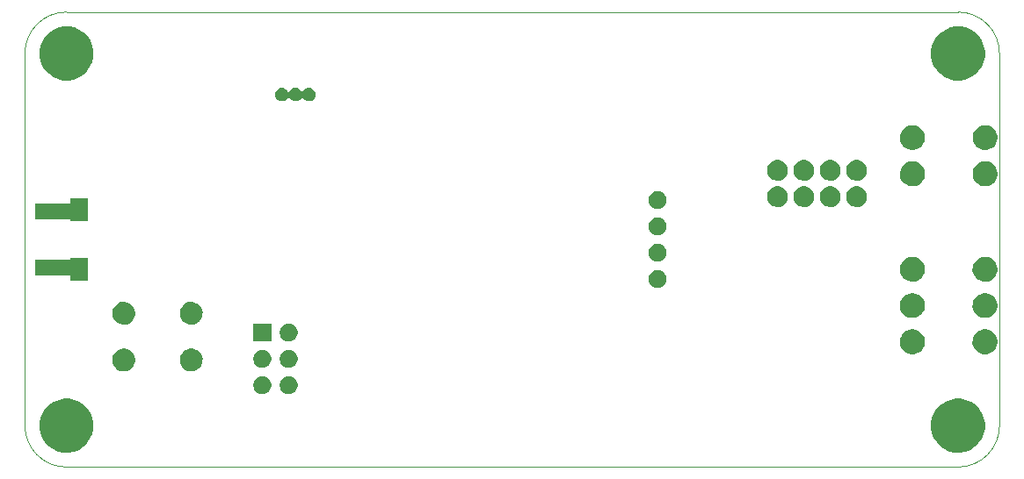
<source format=gbs>
G04 #@! TF.FileFunction,Soldermask,Bot*
%FSLAX46Y46*%
G04 Gerber Fmt 4.6, Leading zero omitted, Abs format (unit mm)*
G04 Created by KiCad (PCBNEW (2015-01-16 BZR 5376)-product) date 23/06/2015 13:59:23*
%MOMM*%
G01*
G04 APERTURE LIST*
%ADD10C,0.150000*%
%ADD11C,0.100000*%
G04 APERTURE END LIST*
D10*
D11*
X79767400Y39916100D02*
X-6110000Y39916100D01*
X83767900Y35915600D02*
G75*
G03X79767400Y39916100I-4000500J0D01*
G01*
X83767900Y0D02*
X83767900Y35915600D01*
X79767400Y-4000500D02*
G75*
G03X83767900Y0I0J4000500D01*
G01*
X-6110000Y-4000500D02*
X79767400Y-4000500D01*
X-10110500Y0D02*
G75*
G03X-6110000Y-4000500I4000500J0D01*
G01*
X-10110500Y35915600D02*
X-10110500Y0D01*
X-6110000Y39916100D02*
G75*
G03X-10110500Y35915600I0J-4000500D01*
G01*
D10*
G36*
X-4043962Y19755278D02*
X-5703962Y19755278D01*
X-5703962Y19880278D01*
X-5707903Y19899735D01*
X-5719106Y19916125D01*
X-5735803Y19926864D01*
X-5753962Y19930278D01*
X-9103962Y19930278D01*
X-9103962Y21430278D01*
X-5753962Y21430278D01*
X-5734505Y21434219D01*
X-5718115Y21445422D01*
X-5707376Y21462119D01*
X-5703962Y21480278D01*
X-5703962Y21955278D01*
X-4043962Y21955278D01*
X-4043962Y19755278D01*
X-4043962Y19755278D01*
G37*
G36*
X-4043962Y13955278D02*
X-5703962Y13955278D01*
X-5703962Y14430278D01*
X-5707903Y14449735D01*
X-5719106Y14466125D01*
X-5735803Y14476864D01*
X-5753962Y14480278D01*
X-9103962Y14480278D01*
X-9103962Y15980278D01*
X-5753962Y15980278D01*
X-5734505Y15984219D01*
X-5718115Y15995422D01*
X-5707376Y16012119D01*
X-5703962Y16030278D01*
X-5703962Y16155278D01*
X-4043962Y16155278D01*
X-4043962Y13955278D01*
X-4043962Y13955278D01*
G37*
G36*
X-3509889Y36170543D02*
X-3518021Y35588157D01*
X-3518097Y35587824D01*
X-3518097Y35587811D01*
X-3630982Y35090943D01*
X-3838373Y34625137D01*
X-4132287Y34208486D01*
X-4501537Y33856855D01*
X-4932044Y33583647D01*
X-5407425Y33399258D01*
X-5909563Y33310718D01*
X-6419338Y33321396D01*
X-6917336Y33430888D01*
X-7384573Y33635019D01*
X-7803266Y33926018D01*
X-8157465Y34292802D01*
X-8433672Y34721392D01*
X-8621375Y35195473D01*
X-8713420Y35696988D01*
X-8706300Y36206823D01*
X-8600290Y36705564D01*
X-8399423Y37174221D01*
X-8111354Y37594935D01*
X-7747052Y37951686D01*
X-7320399Y38230880D01*
X-6847640Y38421887D01*
X-6346788Y38517430D01*
X-5836911Y38513870D01*
X-5337437Y38411342D01*
X-4867394Y38213755D01*
X-4444678Y37928630D01*
X-4085393Y37566827D01*
X-3803226Y37142132D01*
X-3608925Y36670721D01*
X-3509955Y36170887D01*
X-3509956Y36170878D01*
X-3509889Y36170543D01*
X-3509889Y36170543D01*
G37*
G36*
X-3509889Y254943D02*
X-3518021Y-327443D01*
X-3518097Y-327776D01*
X-3518097Y-327789D01*
X-3630982Y-824657D01*
X-3838373Y-1290463D01*
X-4132287Y-1707114D01*
X-4501537Y-2058745D01*
X-4932044Y-2331953D01*
X-5407425Y-2516342D01*
X-5909563Y-2604882D01*
X-6419338Y-2594204D01*
X-6917336Y-2484712D01*
X-7384573Y-2280581D01*
X-7803266Y-1989582D01*
X-8157465Y-1622798D01*
X-8433672Y-1194208D01*
X-8621375Y-720127D01*
X-8713420Y-218612D01*
X-8706300Y291223D01*
X-8600290Y789964D01*
X-8399423Y1258621D01*
X-8111354Y1679335D01*
X-7747052Y2036086D01*
X-7320399Y2315280D01*
X-6847640Y2506287D01*
X-6346788Y2601830D01*
X-5836911Y2598270D01*
X-5337437Y2495742D01*
X-4867394Y2298155D01*
X-4444678Y2013030D01*
X-4085393Y1651227D01*
X-3803226Y1226532D01*
X-3608925Y755121D01*
X-3509955Y255287D01*
X-3509956Y255278D01*
X-3509889Y254943D01*
X-3509889Y254943D01*
G37*
G36*
X506773Y10956859D02*
X503332Y10710464D01*
X503256Y10710131D01*
X503256Y10710118D01*
X455543Y10500105D01*
X367800Y10303033D01*
X243452Y10126758D01*
X87228Y9977988D01*
X-94907Y9862402D01*
X-296031Y9784390D01*
X-508472Y9746932D01*
X-724146Y9751449D01*
X-934840Y9797773D01*
X-1132518Y9884137D01*
X-1309656Y10007251D01*
X-1459511Y10162431D01*
X-1576367Y10343754D01*
X-1655779Y10544327D01*
X-1694722Y10756510D01*
X-1691709Y10972209D01*
X-1646860Y11183212D01*
X-1561876Y11381492D01*
X-1440001Y11559486D01*
X-1285873Y11710421D01*
X-1105366Y11828541D01*
X-905353Y11909352D01*
X-693456Y11949773D01*
X-477737Y11948267D01*
X-266419Y11904889D01*
X-67557Y11821295D01*
X111285Y11700665D01*
X263294Y11547591D01*
X382668Y11367917D01*
X464874Y11168474D01*
X506707Y10957202D01*
X506706Y10957193D01*
X506773Y10956859D01*
X506773Y10956859D01*
G37*
G36*
X506773Y6456859D02*
X503332Y6210464D01*
X503256Y6210131D01*
X503256Y6210118D01*
X455543Y6000105D01*
X367800Y5803033D01*
X243452Y5626758D01*
X87228Y5477988D01*
X-94907Y5362402D01*
X-296031Y5284390D01*
X-508472Y5246932D01*
X-724146Y5251449D01*
X-934840Y5297773D01*
X-1132518Y5384137D01*
X-1309656Y5507251D01*
X-1459511Y5662431D01*
X-1576367Y5843754D01*
X-1655779Y6044327D01*
X-1694722Y6256510D01*
X-1691709Y6472209D01*
X-1646860Y6683212D01*
X-1561876Y6881492D01*
X-1440001Y7059486D01*
X-1285873Y7210421D01*
X-1105366Y7328541D01*
X-905353Y7409352D01*
X-693456Y7449773D01*
X-477737Y7448267D01*
X-266419Y7404889D01*
X-67557Y7321295D01*
X111285Y7200665D01*
X263294Y7047591D01*
X382668Y6867917D01*
X464874Y6668474D01*
X506707Y6457202D01*
X506706Y6457193D01*
X506773Y6456859D01*
X506773Y6456859D01*
G37*
G36*
X7006773Y10956859D02*
X7003332Y10710464D01*
X7003256Y10710131D01*
X7003256Y10710118D01*
X6955543Y10500105D01*
X6867800Y10303033D01*
X6743452Y10126758D01*
X6587228Y9977988D01*
X6405093Y9862402D01*
X6203969Y9784390D01*
X5991528Y9746932D01*
X5775854Y9751449D01*
X5565160Y9797773D01*
X5367482Y9884137D01*
X5190344Y10007251D01*
X5040489Y10162431D01*
X4923633Y10343754D01*
X4844221Y10544327D01*
X4805278Y10756510D01*
X4808291Y10972209D01*
X4853140Y11183212D01*
X4938124Y11381492D01*
X5059999Y11559486D01*
X5214127Y11710421D01*
X5394634Y11828541D01*
X5594647Y11909352D01*
X5806544Y11949773D01*
X6022263Y11948267D01*
X6233581Y11904889D01*
X6432443Y11821295D01*
X6611285Y11700665D01*
X6763294Y11547591D01*
X6882668Y11367917D01*
X6964874Y11168474D01*
X7006707Y10957202D01*
X7006706Y10957193D01*
X7006773Y10956859D01*
X7006773Y10956859D01*
G37*
G36*
X7006773Y6456859D02*
X7003332Y6210464D01*
X7003256Y6210131D01*
X7003256Y6210118D01*
X6955543Y6000105D01*
X6867800Y5803033D01*
X6743452Y5626758D01*
X6587228Y5477988D01*
X6405093Y5362402D01*
X6203969Y5284390D01*
X5991528Y5246932D01*
X5775854Y5251449D01*
X5565160Y5297773D01*
X5367482Y5384137D01*
X5190344Y5507251D01*
X5040489Y5662431D01*
X4923633Y5843754D01*
X4844221Y6044327D01*
X4805278Y6256510D01*
X4808291Y6472209D01*
X4853140Y6683212D01*
X4938124Y6881492D01*
X5059999Y7059486D01*
X5214127Y7210421D01*
X5394634Y7328541D01*
X5594647Y7409352D01*
X5806544Y7449773D01*
X6022263Y7448267D01*
X6233581Y7404889D01*
X6432443Y7321295D01*
X6611285Y7200665D01*
X6763294Y7047591D01*
X6882668Y6867917D01*
X6964874Y6668474D01*
X7006707Y6457202D01*
X7006706Y6457193D01*
X7006773Y6456859D01*
X7006773Y6456859D01*
G37*
G36*
X13620718Y8135818D02*
X11896718Y8135818D01*
X11896718Y9859818D01*
X13620718Y9859818D01*
X13620718Y8135818D01*
X13620718Y8135818D01*
G37*
G36*
X13620755Y6542341D02*
X13618059Y6349258D01*
X13617983Y6348925D01*
X13617983Y6348913D01*
X13580609Y6184412D01*
X13511851Y6029979D01*
X13414408Y5891844D01*
X13291984Y5775262D01*
X13149257Y5684684D01*
X12991649Y5623551D01*
X12825172Y5594198D01*
X12656162Y5597737D01*
X12491054Y5634039D01*
X12336149Y5701715D01*
X12197331Y5798196D01*
X12079902Y5919798D01*
X11988330Y6061890D01*
X11926099Y6219066D01*
X11895582Y6385342D01*
X11897943Y6554371D01*
X11933089Y6719721D01*
X11999685Y6875100D01*
X12095191Y7014583D01*
X12215972Y7132861D01*
X12357423Y7225424D01*
X12514162Y7288751D01*
X12680211Y7320426D01*
X12849257Y7319246D01*
X13014854Y7285254D01*
X13170689Y7219746D01*
X13310837Y7125216D01*
X13429955Y7005263D01*
X13523506Y6864459D01*
X13587921Y6708173D01*
X13620689Y6542685D01*
X13620688Y6542676D01*
X13620755Y6542341D01*
X13620755Y6542341D01*
G37*
G36*
X13620755Y4002341D02*
X13618059Y3809258D01*
X13617983Y3808925D01*
X13617983Y3808913D01*
X13580609Y3644412D01*
X13511851Y3489979D01*
X13414408Y3351844D01*
X13291984Y3235262D01*
X13149257Y3144684D01*
X12991649Y3083551D01*
X12825172Y3054198D01*
X12656162Y3057737D01*
X12491054Y3094039D01*
X12336149Y3161715D01*
X12197331Y3258196D01*
X12079902Y3379798D01*
X11988330Y3521890D01*
X11926099Y3679066D01*
X11895582Y3845342D01*
X11897943Y4014371D01*
X11933089Y4179721D01*
X11999685Y4335100D01*
X12095191Y4474583D01*
X12215972Y4592861D01*
X12357423Y4685424D01*
X12514162Y4748751D01*
X12680211Y4780426D01*
X12849257Y4779246D01*
X13014854Y4745254D01*
X13170689Y4679746D01*
X13310837Y4585216D01*
X13429955Y4465263D01*
X13523506Y4324459D01*
X13587921Y4168173D01*
X13620689Y4002685D01*
X13620688Y4002676D01*
X13620755Y4002341D01*
X13620755Y4002341D01*
G37*
G36*
X16160755Y9082341D02*
X16158059Y8889258D01*
X16157983Y8888925D01*
X16157983Y8888913D01*
X16120609Y8724412D01*
X16051851Y8569979D01*
X15954408Y8431844D01*
X15831984Y8315262D01*
X15689257Y8224684D01*
X15531649Y8163551D01*
X15365172Y8134198D01*
X15196162Y8137737D01*
X15031054Y8174039D01*
X14876149Y8241715D01*
X14737331Y8338196D01*
X14619902Y8459798D01*
X14528330Y8601890D01*
X14466099Y8759066D01*
X14435582Y8925342D01*
X14437943Y9094371D01*
X14473089Y9259721D01*
X14539685Y9415100D01*
X14635191Y9554583D01*
X14755972Y9672861D01*
X14897423Y9765424D01*
X15054162Y9828751D01*
X15220211Y9860426D01*
X15389257Y9859246D01*
X15554854Y9825254D01*
X15710689Y9759746D01*
X15850837Y9665216D01*
X15969955Y9545263D01*
X16063506Y9404459D01*
X16127921Y9248173D01*
X16160689Y9082685D01*
X16160688Y9082676D01*
X16160755Y9082341D01*
X16160755Y9082341D01*
G37*
G36*
X16160755Y6542341D02*
X16158059Y6349258D01*
X16157983Y6348925D01*
X16157983Y6348913D01*
X16120609Y6184412D01*
X16051851Y6029979D01*
X15954408Y5891844D01*
X15831984Y5775262D01*
X15689257Y5684684D01*
X15531649Y5623551D01*
X15365172Y5594198D01*
X15196162Y5597737D01*
X15031054Y5634039D01*
X14876149Y5701715D01*
X14737331Y5798196D01*
X14619902Y5919798D01*
X14528330Y6061890D01*
X14466099Y6219066D01*
X14435582Y6385342D01*
X14437943Y6554371D01*
X14473089Y6719721D01*
X14539685Y6875100D01*
X14635191Y7014583D01*
X14755972Y7132861D01*
X14897423Y7225424D01*
X15054162Y7288751D01*
X15220211Y7320426D01*
X15389257Y7319246D01*
X15554854Y7285254D01*
X15710689Y7219746D01*
X15850837Y7125216D01*
X15969955Y7005263D01*
X16063506Y6864459D01*
X16127921Y6708173D01*
X16160689Y6542685D01*
X16160688Y6542676D01*
X16160755Y6542341D01*
X16160755Y6542341D01*
G37*
G36*
X16160755Y4002341D02*
X16158059Y3809258D01*
X16157983Y3808925D01*
X16157983Y3808913D01*
X16120609Y3644412D01*
X16051851Y3489979D01*
X15954408Y3351844D01*
X15831984Y3235262D01*
X15689257Y3144684D01*
X15531649Y3083551D01*
X15365172Y3054198D01*
X15196162Y3057737D01*
X15031054Y3094039D01*
X14876149Y3161715D01*
X14737331Y3258196D01*
X14619902Y3379798D01*
X14528330Y3521890D01*
X14466099Y3679066D01*
X14435582Y3845342D01*
X14437943Y4014371D01*
X14473089Y4179721D01*
X14539685Y4335100D01*
X14635191Y4474583D01*
X14755972Y4592861D01*
X14897423Y4685424D01*
X15054162Y4748751D01*
X15220211Y4780426D01*
X15389257Y4779246D01*
X15554854Y4745254D01*
X15710689Y4679746D01*
X15850837Y4585216D01*
X15969955Y4465263D01*
X16063506Y4324459D01*
X16127921Y4168173D01*
X16160689Y4002685D01*
X16160688Y4002676D01*
X16160755Y4002341D01*
X16160755Y4002341D01*
G37*
G36*
X17878746Y32021554D02*
X17876713Y31875957D01*
X17876637Y31875624D01*
X17876637Y31875612D01*
X17848474Y31751654D01*
X17796626Y31635202D01*
X17723148Y31531039D01*
X17630835Y31443131D01*
X17523204Y31374827D01*
X17404362Y31328730D01*
X17278829Y31306596D01*
X17151385Y31309265D01*
X17026882Y31336639D01*
X16910073Y31387672D01*
X16805401Y31460421D01*
X16716849Y31552119D01*
X16647799Y31659263D01*
X16625472Y31715655D01*
X16614645Y31732295D01*
X16598195Y31743411D01*
X16578717Y31747248D01*
X16559281Y31743204D01*
X16542951Y31731914D01*
X16533306Y31717586D01*
X16496626Y31635202D01*
X16423148Y31531039D01*
X16330835Y31443131D01*
X16223204Y31374827D01*
X16104362Y31328730D01*
X15978829Y31306596D01*
X15851385Y31309265D01*
X15726882Y31336639D01*
X15610073Y31387672D01*
X15505401Y31460421D01*
X15416849Y31552119D01*
X15347799Y31659263D01*
X15325472Y31715655D01*
X15314645Y31732295D01*
X15298195Y31743411D01*
X15278717Y31747248D01*
X15259281Y31743204D01*
X15242951Y31731914D01*
X15233306Y31717586D01*
X15196626Y31635202D01*
X15123148Y31531039D01*
X15030835Y31443131D01*
X14923204Y31374827D01*
X14804362Y31328730D01*
X14678829Y31306596D01*
X14551385Y31309265D01*
X14426882Y31336639D01*
X14310073Y31387672D01*
X14205401Y31460421D01*
X14116849Y31552119D01*
X14047799Y31659263D01*
X14000873Y31777784D01*
X13977861Y31903167D01*
X13979642Y32030626D01*
X14006143Y32155307D01*
X14056361Y32272474D01*
X14128378Y32377652D01*
X14219455Y32466842D01*
X14326118Y32536640D01*
X14444308Y32584392D01*
X14569518Y32608277D01*
X14696990Y32607387D01*
X14821860Y32581755D01*
X14939369Y32532358D01*
X15045049Y32461077D01*
X15134872Y32370624D01*
X15205414Y32264451D01*
X15232400Y32198977D01*
X15243458Y32182490D01*
X15260061Y32171606D01*
X15279591Y32168040D01*
X15298969Y32172356D01*
X15315140Y32183872D01*
X15324584Y32198334D01*
X15356361Y32272474D01*
X15428378Y32377652D01*
X15519455Y32466842D01*
X15626118Y32536640D01*
X15744308Y32584392D01*
X15869518Y32608277D01*
X15996990Y32607387D01*
X16121860Y32581755D01*
X16239369Y32532358D01*
X16345049Y32461077D01*
X16434872Y32370624D01*
X16505414Y32264451D01*
X16532400Y32198977D01*
X16543458Y32182490D01*
X16560061Y32171606D01*
X16579591Y32168040D01*
X16598969Y32172356D01*
X16615140Y32183872D01*
X16624584Y32198334D01*
X16656361Y32272474D01*
X16728378Y32377652D01*
X16819455Y32466842D01*
X16926118Y32536640D01*
X17044308Y32584392D01*
X17169518Y32608277D01*
X17296990Y32607387D01*
X17421860Y32581755D01*
X17539369Y32532358D01*
X17645049Y32461077D01*
X17734872Y32370624D01*
X17805415Y32264449D01*
X17853987Y32146602D01*
X17878680Y32021898D01*
X17878679Y32021889D01*
X17878746Y32021554D01*
X17878746Y32021554D01*
G37*
G36*
X51678755Y21851165D02*
X51676096Y21660769D01*
X51676020Y21660436D01*
X51676020Y21660423D01*
X51639169Y21498219D01*
X51571367Y21345935D01*
X51475280Y21209723D01*
X51354561Y21094764D01*
X51213820Y21005448D01*
X51058406Y20945165D01*
X50894247Y20916220D01*
X50727590Y20919711D01*
X50564780Y20955507D01*
X50412033Y21022241D01*
X50275147Y21117379D01*
X50159352Y21237288D01*
X50069055Y21377401D01*
X50007690Y21532390D01*
X49977598Y21696351D01*
X49979926Y21863027D01*
X50014582Y22026074D01*
X50080252Y22179291D01*
X50174428Y22316832D01*
X50293528Y22433464D01*
X50433010Y22524739D01*
X50587566Y22587183D01*
X50751304Y22618418D01*
X50917997Y22617254D01*
X51081288Y22583735D01*
X51234954Y22519140D01*
X51373151Y22425926D01*
X51490611Y22307642D01*
X51582858Y22168800D01*
X51646379Y22014686D01*
X51678689Y21851509D01*
X51678688Y21851500D01*
X51678755Y21851165D01*
X51678755Y21851165D01*
G37*
G36*
X51678755Y19311165D02*
X51676096Y19120769D01*
X51676020Y19120436D01*
X51676020Y19120423D01*
X51639169Y18958219D01*
X51571367Y18805935D01*
X51475280Y18669723D01*
X51354561Y18554764D01*
X51213820Y18465448D01*
X51058406Y18405165D01*
X50894247Y18376220D01*
X50727590Y18379711D01*
X50564780Y18415507D01*
X50412033Y18482241D01*
X50275147Y18577379D01*
X50159352Y18697288D01*
X50069055Y18837401D01*
X50007690Y18992390D01*
X49977598Y19156351D01*
X49979926Y19323027D01*
X50014582Y19486074D01*
X50080252Y19639291D01*
X50174428Y19776832D01*
X50293528Y19893464D01*
X50433010Y19984739D01*
X50587566Y20047183D01*
X50751304Y20078418D01*
X50917997Y20077254D01*
X51081288Y20043735D01*
X51234954Y19979140D01*
X51373151Y19885926D01*
X51490611Y19767642D01*
X51582858Y19628800D01*
X51646379Y19474686D01*
X51678689Y19311509D01*
X51678688Y19311500D01*
X51678755Y19311165D01*
X51678755Y19311165D01*
G37*
G36*
X51678755Y16771165D02*
X51676096Y16580769D01*
X51676020Y16580436D01*
X51676020Y16580423D01*
X51639169Y16418219D01*
X51571367Y16265935D01*
X51475280Y16129723D01*
X51354561Y16014764D01*
X51213820Y15925448D01*
X51058406Y15865165D01*
X50894247Y15836220D01*
X50727590Y15839711D01*
X50564780Y15875507D01*
X50412033Y15942241D01*
X50275147Y16037379D01*
X50159352Y16157288D01*
X50069055Y16297401D01*
X50007690Y16452390D01*
X49977598Y16616351D01*
X49979926Y16783027D01*
X50014582Y16946074D01*
X50080252Y17099291D01*
X50174428Y17236832D01*
X50293528Y17353464D01*
X50433010Y17444739D01*
X50587566Y17507183D01*
X50751304Y17538418D01*
X50917997Y17537254D01*
X51081288Y17503735D01*
X51234954Y17439140D01*
X51373151Y17345926D01*
X51490611Y17227642D01*
X51582858Y17088800D01*
X51646379Y16934686D01*
X51678689Y16771509D01*
X51678688Y16771500D01*
X51678755Y16771165D01*
X51678755Y16771165D01*
G37*
G36*
X51678755Y14231165D02*
X51676096Y14040769D01*
X51676020Y14040436D01*
X51676020Y14040423D01*
X51639169Y13878219D01*
X51571367Y13725935D01*
X51475280Y13589723D01*
X51354561Y13474764D01*
X51213820Y13385448D01*
X51058406Y13325165D01*
X50894247Y13296220D01*
X50727590Y13299711D01*
X50564780Y13335507D01*
X50412033Y13402241D01*
X50275147Y13497379D01*
X50159352Y13617288D01*
X50069055Y13757401D01*
X50007690Y13912390D01*
X49977598Y14076351D01*
X49979926Y14243027D01*
X50014582Y14406074D01*
X50080252Y14559291D01*
X50174428Y14696832D01*
X50293528Y14813464D01*
X50433010Y14904739D01*
X50587566Y14967183D01*
X50751304Y14998418D01*
X50917997Y14997254D01*
X51081288Y14963735D01*
X51234954Y14899140D01*
X51373151Y14805926D01*
X51490611Y14687642D01*
X51582858Y14548800D01*
X51646379Y14394686D01*
X51678689Y14231509D01*
X51678688Y14231500D01*
X51678755Y14231165D01*
X51678755Y14231165D01*
G37*
G36*
X63371661Y24732073D02*
X63368534Y24508078D01*
X63368457Y24507740D01*
X63368457Y24507732D01*
X63325089Y24316843D01*
X63245323Y24137685D01*
X63132279Y23977435D01*
X62990257Y23842190D01*
X62824679Y23737112D01*
X62641839Y23666191D01*
X62448711Y23632139D01*
X62252643Y23636245D01*
X62061103Y23678358D01*
X61881397Y23756871D01*
X61720360Y23868793D01*
X61584129Y24009865D01*
X61477897Y24174705D01*
X61405703Y24357044D01*
X61370300Y24549938D01*
X61373039Y24746028D01*
X61413812Y24937850D01*
X61491069Y25118104D01*
X61601865Y25279917D01*
X61741982Y25417131D01*
X61906079Y25524513D01*
X62087910Y25597977D01*
X62280543Y25634724D01*
X62476652Y25633354D01*
X62668759Y25593920D01*
X62849543Y25517925D01*
X63012127Y25408262D01*
X63150315Y25269105D01*
X63258841Y25105762D01*
X63333572Y24924451D01*
X63371596Y24732417D01*
X63371595Y24732403D01*
X63371661Y24732073D01*
X63371661Y24732073D01*
G37*
G36*
X63371661Y22192073D02*
X63368534Y21968078D01*
X63368457Y21967740D01*
X63368457Y21967732D01*
X63325089Y21776843D01*
X63245323Y21597685D01*
X63132279Y21437435D01*
X62990257Y21302190D01*
X62824679Y21197112D01*
X62641839Y21126191D01*
X62448711Y21092139D01*
X62252643Y21096245D01*
X62061103Y21138358D01*
X61881397Y21216871D01*
X61720360Y21328793D01*
X61584129Y21469865D01*
X61477897Y21634705D01*
X61405703Y21817044D01*
X61370300Y22009938D01*
X61373039Y22206028D01*
X61413812Y22397850D01*
X61491069Y22578104D01*
X61601865Y22739917D01*
X61741982Y22877131D01*
X61906079Y22984513D01*
X62087910Y23057977D01*
X62280543Y23094724D01*
X62476652Y23093354D01*
X62668759Y23053920D01*
X62849543Y22977925D01*
X63012127Y22868262D01*
X63150315Y22729105D01*
X63258841Y22565762D01*
X63333572Y22384451D01*
X63371596Y22192417D01*
X63371595Y22192403D01*
X63371661Y22192073D01*
X63371661Y22192073D01*
G37*
G36*
X65911661Y24732073D02*
X65908534Y24508078D01*
X65908457Y24507740D01*
X65908457Y24507732D01*
X65865089Y24316843D01*
X65785323Y24137685D01*
X65672279Y23977435D01*
X65530257Y23842190D01*
X65364679Y23737112D01*
X65181839Y23666191D01*
X64988711Y23632139D01*
X64792643Y23636245D01*
X64601103Y23678358D01*
X64421397Y23756871D01*
X64260360Y23868793D01*
X64124129Y24009865D01*
X64017897Y24174705D01*
X63945703Y24357044D01*
X63910300Y24549938D01*
X63913039Y24746028D01*
X63953812Y24937850D01*
X64031069Y25118104D01*
X64141865Y25279917D01*
X64281982Y25417131D01*
X64446079Y25524513D01*
X64627910Y25597977D01*
X64820543Y25634724D01*
X65016652Y25633354D01*
X65208759Y25593920D01*
X65389543Y25517925D01*
X65552127Y25408262D01*
X65690315Y25269105D01*
X65798841Y25105762D01*
X65873572Y24924451D01*
X65911596Y24732417D01*
X65911595Y24732403D01*
X65911661Y24732073D01*
X65911661Y24732073D01*
G37*
G36*
X65911661Y22192073D02*
X65908534Y21968078D01*
X65908457Y21967740D01*
X65908457Y21967732D01*
X65865089Y21776843D01*
X65785323Y21597685D01*
X65672279Y21437435D01*
X65530257Y21302190D01*
X65364679Y21197112D01*
X65181839Y21126191D01*
X64988711Y21092139D01*
X64792643Y21096245D01*
X64601103Y21138358D01*
X64421397Y21216871D01*
X64260360Y21328793D01*
X64124129Y21469865D01*
X64017897Y21634705D01*
X63945703Y21817044D01*
X63910300Y22009938D01*
X63913039Y22206028D01*
X63953812Y22397850D01*
X64031069Y22578104D01*
X64141865Y22739917D01*
X64281982Y22877131D01*
X64446079Y22984513D01*
X64627910Y23057977D01*
X64820543Y23094724D01*
X65016652Y23093354D01*
X65208759Y23053920D01*
X65389543Y22977925D01*
X65552127Y22868262D01*
X65690315Y22729105D01*
X65798841Y22565762D01*
X65873572Y22384451D01*
X65911596Y22192417D01*
X65911595Y22192403D01*
X65911661Y22192073D01*
X65911661Y22192073D01*
G37*
G36*
X68451661Y24732073D02*
X68448534Y24508078D01*
X68448457Y24507740D01*
X68448457Y24507732D01*
X68405089Y24316843D01*
X68325323Y24137685D01*
X68212279Y23977435D01*
X68070257Y23842190D01*
X67904679Y23737112D01*
X67721839Y23666191D01*
X67528711Y23632139D01*
X67332643Y23636245D01*
X67141103Y23678358D01*
X66961397Y23756871D01*
X66800360Y23868793D01*
X66664129Y24009865D01*
X66557897Y24174705D01*
X66485703Y24357044D01*
X66450300Y24549938D01*
X66453039Y24746028D01*
X66493812Y24937850D01*
X66571069Y25118104D01*
X66681865Y25279917D01*
X66821982Y25417131D01*
X66986079Y25524513D01*
X67167910Y25597977D01*
X67360543Y25634724D01*
X67556652Y25633354D01*
X67748759Y25593920D01*
X67929543Y25517925D01*
X68092127Y25408262D01*
X68230315Y25269105D01*
X68338841Y25105762D01*
X68413572Y24924451D01*
X68451596Y24732417D01*
X68451595Y24732403D01*
X68451661Y24732073D01*
X68451661Y24732073D01*
G37*
G36*
X68451661Y22192073D02*
X68448534Y21968078D01*
X68448457Y21967740D01*
X68448457Y21967732D01*
X68405089Y21776843D01*
X68325323Y21597685D01*
X68212279Y21437435D01*
X68070257Y21302190D01*
X67904679Y21197112D01*
X67721839Y21126191D01*
X67528711Y21092139D01*
X67332643Y21096245D01*
X67141103Y21138358D01*
X66961397Y21216871D01*
X66800360Y21328793D01*
X66664129Y21469865D01*
X66557897Y21634705D01*
X66485703Y21817044D01*
X66450300Y22009938D01*
X66453039Y22206028D01*
X66493812Y22397850D01*
X66571069Y22578104D01*
X66681865Y22739917D01*
X66821982Y22877131D01*
X66986079Y22984513D01*
X67167910Y23057977D01*
X67360543Y23094724D01*
X67556652Y23093354D01*
X67748759Y23053920D01*
X67929543Y22977925D01*
X68092127Y22868262D01*
X68230315Y22729105D01*
X68338841Y22565762D01*
X68413572Y22384451D01*
X68451596Y22192417D01*
X68451595Y22192403D01*
X68451661Y22192073D01*
X68451661Y22192073D01*
G37*
G36*
X70991661Y24732073D02*
X70988534Y24508078D01*
X70988457Y24507740D01*
X70988457Y24507732D01*
X70945089Y24316843D01*
X70865323Y24137685D01*
X70752279Y23977435D01*
X70610257Y23842190D01*
X70444679Y23737112D01*
X70261839Y23666191D01*
X70068711Y23632139D01*
X69872643Y23636245D01*
X69681103Y23678358D01*
X69501397Y23756871D01*
X69340360Y23868793D01*
X69204129Y24009865D01*
X69097897Y24174705D01*
X69025703Y24357044D01*
X68990300Y24549938D01*
X68993039Y24746028D01*
X69033812Y24937850D01*
X69111069Y25118104D01*
X69221865Y25279917D01*
X69361982Y25417131D01*
X69526079Y25524513D01*
X69707910Y25597977D01*
X69900543Y25634724D01*
X70096652Y25633354D01*
X70288759Y25593920D01*
X70469543Y25517925D01*
X70632127Y25408262D01*
X70770315Y25269105D01*
X70878841Y25105762D01*
X70953572Y24924451D01*
X70991596Y24732417D01*
X70991595Y24732403D01*
X70991661Y24732073D01*
X70991661Y24732073D01*
G37*
G36*
X70991661Y22192073D02*
X70988534Y21968078D01*
X70988457Y21967740D01*
X70988457Y21967732D01*
X70945089Y21776843D01*
X70865323Y21597685D01*
X70752279Y21437435D01*
X70610257Y21302190D01*
X70444679Y21197112D01*
X70261839Y21126191D01*
X70068711Y21092139D01*
X69872643Y21096245D01*
X69681103Y21138358D01*
X69501397Y21216871D01*
X69340360Y21328793D01*
X69204129Y21469865D01*
X69097897Y21634705D01*
X69025703Y21817044D01*
X68990300Y22009938D01*
X68993039Y22206028D01*
X69033812Y22397850D01*
X69111069Y22578104D01*
X69221865Y22739917D01*
X69361982Y22877131D01*
X69526079Y22984513D01*
X69707910Y23057977D01*
X69900543Y23094724D01*
X70096652Y23093354D01*
X70288759Y23053920D01*
X70469543Y22977925D01*
X70632127Y22868262D01*
X70770315Y22729105D01*
X70878841Y22565762D01*
X70953572Y22384451D01*
X70991596Y22192417D01*
X70991595Y22192403D01*
X70991661Y22192073D01*
X70991661Y22192073D01*
G37*
G36*
X76574169Y15208784D02*
X76570416Y14939990D01*
X76570340Y14939657D01*
X76570340Y14939644D01*
X76518282Y14710508D01*
X76422562Y14495519D01*
X76286910Y14303219D01*
X76116484Y14140926D01*
X75917791Y14014831D01*
X75698383Y13929728D01*
X75466629Y13888864D01*
X75231348Y13893792D01*
X75001501Y13944327D01*
X74785855Y14038540D01*
X74592607Y14172851D01*
X74429132Y14342135D01*
X74301653Y14539943D01*
X74215021Y14758750D01*
X74172538Y14990222D01*
X74175825Y15225529D01*
X74224752Y15455716D01*
X74317461Y15672021D01*
X74450415Y15866196D01*
X74618556Y16030852D01*
X74815472Y16159710D01*
X75033669Y16247867D01*
X75264829Y16291964D01*
X75500159Y16290320D01*
X75730687Y16242999D01*
X75947628Y16151806D01*
X76142728Y16020210D01*
X76308553Y15853222D01*
X76438786Y15657208D01*
X76528460Y15439639D01*
X76528460Y15439634D01*
X76574103Y15209128D01*
X76574102Y15209119D01*
X76574169Y15208784D01*
X76574169Y15208784D01*
G37*
G36*
X76574169Y11708784D02*
X76570416Y11439990D01*
X76570340Y11439657D01*
X76570340Y11439644D01*
X76518282Y11210508D01*
X76422562Y10995519D01*
X76286910Y10803219D01*
X76116484Y10640926D01*
X75917791Y10514831D01*
X75698383Y10429728D01*
X75466629Y10388864D01*
X75231348Y10393792D01*
X75001501Y10444327D01*
X74785855Y10538540D01*
X74592607Y10672851D01*
X74429132Y10842135D01*
X74301653Y11039943D01*
X74215021Y11258750D01*
X74172538Y11490222D01*
X74175825Y11725529D01*
X74224752Y11955716D01*
X74317461Y12172021D01*
X74450415Y12366196D01*
X74618556Y12530852D01*
X74815472Y12659710D01*
X75033669Y12747867D01*
X75264829Y12791964D01*
X75500159Y12790320D01*
X75730687Y12742999D01*
X75947628Y12651806D01*
X76142728Y12520210D01*
X76308553Y12353222D01*
X76438786Y12157208D01*
X76528460Y11939639D01*
X76528460Y11939634D01*
X76574103Y11709128D01*
X76574102Y11709119D01*
X76574169Y11708784D01*
X76574169Y11708784D01*
G37*
G36*
X76574169Y8208784D02*
X76570416Y7939990D01*
X76570340Y7939657D01*
X76570340Y7939644D01*
X76518282Y7710508D01*
X76422562Y7495519D01*
X76286910Y7303219D01*
X76116484Y7140926D01*
X75917791Y7014831D01*
X75698383Y6929728D01*
X75466629Y6888864D01*
X75231348Y6893792D01*
X75001501Y6944327D01*
X74785855Y7038540D01*
X74592607Y7172851D01*
X74429132Y7342135D01*
X74301653Y7539943D01*
X74215021Y7758750D01*
X74172538Y7990222D01*
X74175825Y8225529D01*
X74224752Y8455716D01*
X74317461Y8672021D01*
X74450415Y8866196D01*
X74618556Y9030852D01*
X74815472Y9159710D01*
X75033669Y9247867D01*
X75264829Y9291964D01*
X75500159Y9290320D01*
X75730687Y9242999D01*
X75947628Y9151806D01*
X76142728Y9020210D01*
X76308553Y8853222D01*
X76438786Y8657208D01*
X76528460Y8439639D01*
X76528460Y8439634D01*
X76574103Y8209128D01*
X76574102Y8209119D01*
X76574169Y8208784D01*
X76574169Y8208784D01*
G37*
G36*
X76583059Y27927894D02*
X76579306Y27659100D01*
X76579230Y27658767D01*
X76579230Y27658754D01*
X76527172Y27429618D01*
X76431452Y27214629D01*
X76295800Y27022329D01*
X76125374Y26860036D01*
X75926681Y26733941D01*
X75707273Y26648838D01*
X75475519Y26607974D01*
X75240238Y26612902D01*
X75010391Y26663437D01*
X74794745Y26757650D01*
X74601497Y26891961D01*
X74438022Y27061245D01*
X74310543Y27259053D01*
X74223911Y27477860D01*
X74181428Y27709332D01*
X74184715Y27944639D01*
X74233642Y28174826D01*
X74326351Y28391131D01*
X74459305Y28585306D01*
X74627446Y28749962D01*
X74824362Y28878820D01*
X75042559Y28966977D01*
X75273719Y29011074D01*
X75509049Y29009430D01*
X75739577Y28962109D01*
X75956518Y28870916D01*
X76151618Y28739320D01*
X76317443Y28572332D01*
X76447676Y28376318D01*
X76537350Y28158749D01*
X76537350Y28158744D01*
X76582993Y27928238D01*
X76582992Y27928229D01*
X76583059Y27927894D01*
X76583059Y27927894D01*
G37*
G36*
X76583059Y24427894D02*
X76579306Y24159100D01*
X76579230Y24158767D01*
X76579230Y24158754D01*
X76527172Y23929618D01*
X76431452Y23714629D01*
X76295800Y23522329D01*
X76125374Y23360036D01*
X75926681Y23233941D01*
X75707273Y23148838D01*
X75475519Y23107974D01*
X75240238Y23112902D01*
X75010391Y23163437D01*
X74794745Y23257650D01*
X74601497Y23391961D01*
X74438022Y23561245D01*
X74310543Y23759053D01*
X74223911Y23977860D01*
X74181428Y24209332D01*
X74184715Y24444639D01*
X74233642Y24674826D01*
X74326351Y24891131D01*
X74459305Y25085306D01*
X74627446Y25249962D01*
X74824362Y25378820D01*
X75042559Y25466977D01*
X75273719Y25511074D01*
X75509049Y25509430D01*
X75739577Y25462109D01*
X75956518Y25370916D01*
X76151618Y25239320D01*
X76317443Y25072332D01*
X76447676Y24876318D01*
X76537350Y24658749D01*
X76537350Y24658744D01*
X76582993Y24428238D01*
X76582992Y24428229D01*
X76583059Y24427894D01*
X76583059Y24427894D01*
G37*
G36*
X82367511Y36170543D02*
X82359379Y35588157D01*
X82359303Y35587824D01*
X82359303Y35587811D01*
X82246418Y35090943D01*
X82039027Y34625137D01*
X81745113Y34208486D01*
X81375863Y33856855D01*
X80945356Y33583647D01*
X80469975Y33399258D01*
X79967837Y33310718D01*
X79458062Y33321396D01*
X78960064Y33430888D01*
X78492827Y33635019D01*
X78074134Y33926018D01*
X77719935Y34292802D01*
X77443728Y34721392D01*
X77256025Y35195473D01*
X77163980Y35696988D01*
X77171100Y36206823D01*
X77277110Y36705564D01*
X77477977Y37174221D01*
X77766046Y37594935D01*
X78130348Y37951686D01*
X78557001Y38230880D01*
X79029760Y38421887D01*
X79530612Y38517430D01*
X80040489Y38513870D01*
X80539963Y38411342D01*
X81010006Y38213755D01*
X81432722Y37928630D01*
X81792007Y37566827D01*
X82074174Y37142132D01*
X82268475Y36670721D01*
X82367445Y36170887D01*
X82367444Y36170878D01*
X82367511Y36170543D01*
X82367511Y36170543D01*
G37*
G36*
X82367511Y254943D02*
X82359379Y-327443D01*
X82359303Y-327776D01*
X82359303Y-327789D01*
X82246418Y-824657D01*
X82039027Y-1290463D01*
X81745113Y-1707114D01*
X81375863Y-2058745D01*
X80945356Y-2331953D01*
X80469975Y-2516342D01*
X79967837Y-2604882D01*
X79458062Y-2594204D01*
X78960064Y-2484712D01*
X78492827Y-2280581D01*
X78074134Y-1989582D01*
X77719935Y-1622798D01*
X77443728Y-1194208D01*
X77256025Y-720127D01*
X77163980Y-218612D01*
X77171100Y291223D01*
X77277110Y789964D01*
X77477977Y1258621D01*
X77766046Y1679335D01*
X78130348Y2036086D01*
X78557001Y2315280D01*
X79029760Y2506287D01*
X79530612Y2601830D01*
X80040489Y2598270D01*
X80539963Y2495742D01*
X81010006Y2298155D01*
X81432722Y2013030D01*
X81792007Y1651227D01*
X82074174Y1226532D01*
X82268475Y755121D01*
X82367445Y255287D01*
X82367444Y255278D01*
X82367511Y254943D01*
X82367511Y254943D01*
G37*
G36*
X83574169Y15208784D02*
X83570416Y14939990D01*
X83570340Y14939657D01*
X83570340Y14939644D01*
X83518282Y14710508D01*
X83422562Y14495519D01*
X83286910Y14303219D01*
X83116484Y14140926D01*
X82917791Y14014831D01*
X82698383Y13929728D01*
X82466629Y13888864D01*
X82231348Y13893792D01*
X82001501Y13944327D01*
X81785855Y14038540D01*
X81592607Y14172851D01*
X81429132Y14342135D01*
X81301653Y14539943D01*
X81215021Y14758750D01*
X81172538Y14990222D01*
X81175825Y15225529D01*
X81224752Y15455716D01*
X81317461Y15672021D01*
X81450415Y15866196D01*
X81618556Y16030852D01*
X81815472Y16159710D01*
X82033669Y16247867D01*
X82264829Y16291964D01*
X82500159Y16290320D01*
X82730687Y16242999D01*
X82947628Y16151806D01*
X83142728Y16020210D01*
X83308553Y15853222D01*
X83438786Y15657208D01*
X83528460Y15439639D01*
X83528460Y15439634D01*
X83574103Y15209128D01*
X83574102Y15209119D01*
X83574169Y15208784D01*
X83574169Y15208784D01*
G37*
G36*
X83574169Y11708784D02*
X83570416Y11439990D01*
X83570340Y11439657D01*
X83570340Y11439644D01*
X83518282Y11210508D01*
X83422562Y10995519D01*
X83286910Y10803219D01*
X83116484Y10640926D01*
X82917791Y10514831D01*
X82698383Y10429728D01*
X82466629Y10388864D01*
X82231348Y10393792D01*
X82001501Y10444327D01*
X81785855Y10538540D01*
X81592607Y10672851D01*
X81429132Y10842135D01*
X81301653Y11039943D01*
X81215021Y11258750D01*
X81172538Y11490222D01*
X81175825Y11725529D01*
X81224752Y11955716D01*
X81317461Y12172021D01*
X81450415Y12366196D01*
X81618556Y12530852D01*
X81815472Y12659710D01*
X82033669Y12747867D01*
X82264829Y12791964D01*
X82500159Y12790320D01*
X82730687Y12742999D01*
X82947628Y12651806D01*
X83142728Y12520210D01*
X83308553Y12353222D01*
X83438786Y12157208D01*
X83528460Y11939639D01*
X83528460Y11939634D01*
X83574103Y11709128D01*
X83574102Y11709119D01*
X83574169Y11708784D01*
X83574169Y11708784D01*
G37*
G36*
X83574169Y8208784D02*
X83570416Y7939990D01*
X83570340Y7939657D01*
X83570340Y7939644D01*
X83518282Y7710508D01*
X83422562Y7495519D01*
X83286910Y7303219D01*
X83116484Y7140926D01*
X82917791Y7014831D01*
X82698383Y6929728D01*
X82466629Y6888864D01*
X82231348Y6893792D01*
X82001501Y6944327D01*
X81785855Y7038540D01*
X81592607Y7172851D01*
X81429132Y7342135D01*
X81301653Y7539943D01*
X81215021Y7758750D01*
X81172538Y7990222D01*
X81175825Y8225529D01*
X81224752Y8455716D01*
X81317461Y8672021D01*
X81450415Y8866196D01*
X81618556Y9030852D01*
X81815472Y9159710D01*
X82033669Y9247867D01*
X82264829Y9291964D01*
X82500159Y9290320D01*
X82730687Y9242999D01*
X82947628Y9151806D01*
X83142728Y9020210D01*
X83308553Y8853222D01*
X83438786Y8657208D01*
X83528460Y8439639D01*
X83528460Y8439634D01*
X83574103Y8209128D01*
X83574102Y8209119D01*
X83574169Y8208784D01*
X83574169Y8208784D01*
G37*
G36*
X83583059Y27927894D02*
X83579306Y27659100D01*
X83579230Y27658767D01*
X83579230Y27658754D01*
X83527172Y27429618D01*
X83431452Y27214629D01*
X83295800Y27022329D01*
X83125374Y26860036D01*
X82926681Y26733941D01*
X82707273Y26648838D01*
X82475519Y26607974D01*
X82240238Y26612902D01*
X82010391Y26663437D01*
X81794745Y26757650D01*
X81601497Y26891961D01*
X81438022Y27061245D01*
X81310543Y27259053D01*
X81223911Y27477860D01*
X81181428Y27709332D01*
X81184715Y27944639D01*
X81233642Y28174826D01*
X81326351Y28391131D01*
X81459305Y28585306D01*
X81627446Y28749962D01*
X81824362Y28878820D01*
X82042559Y28966977D01*
X82273719Y29011074D01*
X82509049Y29009430D01*
X82739577Y28962109D01*
X82956518Y28870916D01*
X83151618Y28739320D01*
X83317443Y28572332D01*
X83447676Y28376318D01*
X83537350Y28158749D01*
X83537350Y28158744D01*
X83582993Y27928238D01*
X83582992Y27928229D01*
X83583059Y27927894D01*
X83583059Y27927894D01*
G37*
G36*
X83583059Y24427894D02*
X83579306Y24159100D01*
X83579230Y24158767D01*
X83579230Y24158754D01*
X83527172Y23929618D01*
X83431452Y23714629D01*
X83295800Y23522329D01*
X83125374Y23360036D01*
X82926681Y23233941D01*
X82707273Y23148838D01*
X82475519Y23107974D01*
X82240238Y23112902D01*
X82010391Y23163437D01*
X81794745Y23257650D01*
X81601497Y23391961D01*
X81438022Y23561245D01*
X81310543Y23759053D01*
X81223911Y23977860D01*
X81181428Y24209332D01*
X81184715Y24444639D01*
X81233642Y24674826D01*
X81326351Y24891131D01*
X81459305Y25085306D01*
X81627446Y25249962D01*
X81824362Y25378820D01*
X82042559Y25466977D01*
X82273719Y25511074D01*
X82509049Y25509430D01*
X82739577Y25462109D01*
X82956518Y25370916D01*
X83151618Y25239320D01*
X83317443Y25072332D01*
X83447676Y24876318D01*
X83537350Y24658749D01*
X83537350Y24658744D01*
X83582993Y24428238D01*
X83582992Y24428229D01*
X83583059Y24427894D01*
X83583059Y24427894D01*
G37*
M02*

</source>
